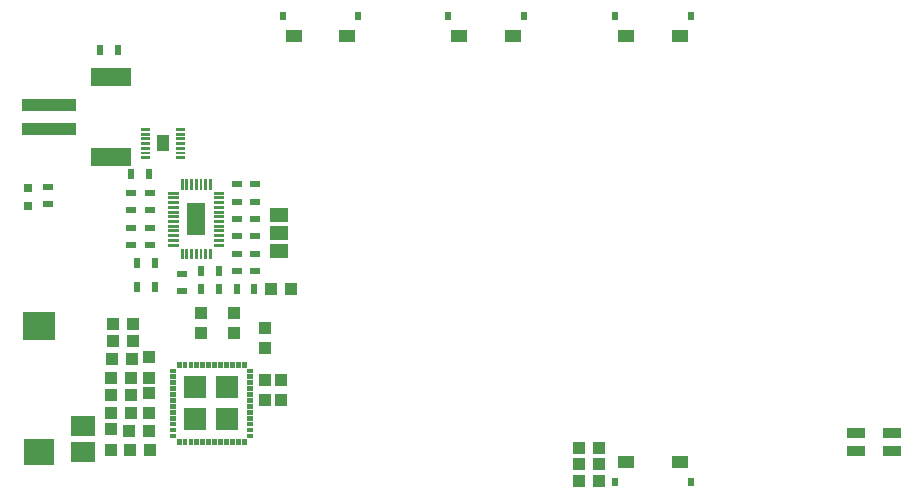
<source format=gbr>
G04 EAGLE Gerber RS-274X export*
G75*
%MOMM*%
%FSLAX34Y34*%
%LPD*%
%INSolderpaste Bottom*%
%IPPOS*%
%AMOC8*
5,1,8,0,0,1.08239X$1,22.5*%
G01*
%ADD10R,2.000000X1.800000*%
%ADD11R,2.600000X2.250000*%
%ADD12R,2.800000X2.450000*%
%ADD13R,1.100000X1.000000*%
%ADD14R,1.000000X1.100000*%
%ADD15R,1.910000X1.910000*%
%ADD16C,0.031500*%
%ADD17R,1.500000X0.900000*%
%ADD18R,1.520000X2.780000*%
%ADD19C,0.055000*%
%ADD20R,1.080000X1.460000*%
%ADD21R,4.600000X1.000000*%
%ADD22R,3.400000X1.600000*%
%ADD23R,0.600000X0.900000*%
%ADD24R,0.900000X0.600000*%
%ADD25R,0.800000X0.800000*%
%ADD26R,1.600200X1.168400*%
%ADD27R,1.450000X1.050000*%
%ADD28R,0.600000X0.800000*%


D10*
X54150Y34000D03*
X54150Y56000D03*
D11*
X16850Y34000D03*
D12*
X16850Y141000D03*
D13*
X110800Y52100D03*
X93800Y52100D03*
D14*
X78000Y36000D03*
X78000Y53000D03*
X110000Y67000D03*
X110000Y84000D03*
X111100Y35500D03*
X94100Y35500D03*
D13*
X110000Y97000D03*
X110000Y114000D03*
D14*
X230280Y171850D03*
X213280Y171850D03*
D15*
X176500Y62000D03*
X149500Y62000D03*
X149500Y89000D03*
X176500Y89000D03*
D16*
X132443Y49593D02*
X128257Y49593D01*
X132443Y49593D02*
X132443Y46407D01*
X128257Y46407D01*
X128257Y49593D01*
X128257Y46706D02*
X132443Y46706D01*
X132443Y47005D02*
X128257Y47005D01*
X128257Y47304D02*
X132443Y47304D01*
X132443Y47603D02*
X128257Y47603D01*
X128257Y47902D02*
X132443Y47902D01*
X132443Y48201D02*
X128257Y48201D01*
X128257Y48500D02*
X132443Y48500D01*
X132443Y48799D02*
X128257Y48799D01*
X128257Y49098D02*
X132443Y49098D01*
X132443Y49397D02*
X128257Y49397D01*
X128257Y54593D02*
X132443Y54593D01*
X132443Y51407D01*
X128257Y51407D01*
X128257Y54593D01*
X128257Y51706D02*
X132443Y51706D01*
X132443Y52005D02*
X128257Y52005D01*
X128257Y52304D02*
X132443Y52304D01*
X132443Y52603D02*
X128257Y52603D01*
X128257Y52902D02*
X132443Y52902D01*
X132443Y53201D02*
X128257Y53201D01*
X128257Y53500D02*
X132443Y53500D01*
X132443Y53799D02*
X128257Y53799D01*
X128257Y54098D02*
X132443Y54098D01*
X132443Y54397D02*
X128257Y54397D01*
X128257Y59593D02*
X132443Y59593D01*
X132443Y56407D01*
X128257Y56407D01*
X128257Y59593D01*
X128257Y56706D02*
X132443Y56706D01*
X132443Y57005D02*
X128257Y57005D01*
X128257Y57304D02*
X132443Y57304D01*
X132443Y57603D02*
X128257Y57603D01*
X128257Y57902D02*
X132443Y57902D01*
X132443Y58201D02*
X128257Y58201D01*
X128257Y58500D02*
X132443Y58500D01*
X132443Y58799D02*
X128257Y58799D01*
X128257Y59098D02*
X132443Y59098D01*
X132443Y59397D02*
X128257Y59397D01*
X128257Y64593D02*
X132443Y64593D01*
X132443Y61407D01*
X128257Y61407D01*
X128257Y64593D01*
X128257Y61706D02*
X132443Y61706D01*
X132443Y62005D02*
X128257Y62005D01*
X128257Y62304D02*
X132443Y62304D01*
X132443Y62603D02*
X128257Y62603D01*
X128257Y62902D02*
X132443Y62902D01*
X132443Y63201D02*
X128257Y63201D01*
X128257Y63500D02*
X132443Y63500D01*
X132443Y63799D02*
X128257Y63799D01*
X128257Y64098D02*
X132443Y64098D01*
X132443Y64397D02*
X128257Y64397D01*
X128257Y69593D02*
X132443Y69593D01*
X132443Y66407D01*
X128257Y66407D01*
X128257Y69593D01*
X128257Y66706D02*
X132443Y66706D01*
X132443Y67005D02*
X128257Y67005D01*
X128257Y67304D02*
X132443Y67304D01*
X132443Y67603D02*
X128257Y67603D01*
X128257Y67902D02*
X132443Y67902D01*
X132443Y68201D02*
X128257Y68201D01*
X128257Y68500D02*
X132443Y68500D01*
X132443Y68799D02*
X128257Y68799D01*
X128257Y69098D02*
X132443Y69098D01*
X132443Y69397D02*
X128257Y69397D01*
X128257Y74593D02*
X132443Y74593D01*
X132443Y71407D01*
X128257Y71407D01*
X128257Y74593D01*
X128257Y71706D02*
X132443Y71706D01*
X132443Y72005D02*
X128257Y72005D01*
X128257Y72304D02*
X132443Y72304D01*
X132443Y72603D02*
X128257Y72603D01*
X128257Y72902D02*
X132443Y72902D01*
X132443Y73201D02*
X128257Y73201D01*
X128257Y73500D02*
X132443Y73500D01*
X132443Y73799D02*
X128257Y73799D01*
X128257Y74098D02*
X132443Y74098D01*
X132443Y74397D02*
X128257Y74397D01*
X128257Y79593D02*
X132443Y79593D01*
X132443Y76407D01*
X128257Y76407D01*
X128257Y79593D01*
X128257Y76706D02*
X132443Y76706D01*
X132443Y77005D02*
X128257Y77005D01*
X128257Y77304D02*
X132443Y77304D01*
X132443Y77603D02*
X128257Y77603D01*
X128257Y77902D02*
X132443Y77902D01*
X132443Y78201D02*
X128257Y78201D01*
X128257Y78500D02*
X132443Y78500D01*
X132443Y78799D02*
X128257Y78799D01*
X128257Y79098D02*
X132443Y79098D01*
X132443Y79397D02*
X128257Y79397D01*
X128257Y84593D02*
X132443Y84593D01*
X132443Y81407D01*
X128257Y81407D01*
X128257Y84593D01*
X128257Y81706D02*
X132443Y81706D01*
X132443Y82005D02*
X128257Y82005D01*
X128257Y82304D02*
X132443Y82304D01*
X132443Y82603D02*
X128257Y82603D01*
X128257Y82902D02*
X132443Y82902D01*
X132443Y83201D02*
X128257Y83201D01*
X128257Y83500D02*
X132443Y83500D01*
X132443Y83799D02*
X128257Y83799D01*
X128257Y84098D02*
X132443Y84098D01*
X132443Y84397D02*
X128257Y84397D01*
X128257Y89593D02*
X132443Y89593D01*
X132443Y86407D01*
X128257Y86407D01*
X128257Y89593D01*
X128257Y86706D02*
X132443Y86706D01*
X132443Y87005D02*
X128257Y87005D01*
X128257Y87304D02*
X132443Y87304D01*
X132443Y87603D02*
X128257Y87603D01*
X128257Y87902D02*
X132443Y87902D01*
X132443Y88201D02*
X128257Y88201D01*
X128257Y88500D02*
X132443Y88500D01*
X132443Y88799D02*
X128257Y88799D01*
X128257Y89098D02*
X132443Y89098D01*
X132443Y89397D02*
X128257Y89397D01*
X128257Y94593D02*
X132443Y94593D01*
X132443Y91407D01*
X128257Y91407D01*
X128257Y94593D01*
X128257Y91706D02*
X132443Y91706D01*
X132443Y92005D02*
X128257Y92005D01*
X128257Y92304D02*
X132443Y92304D01*
X132443Y92603D02*
X128257Y92603D01*
X128257Y92902D02*
X132443Y92902D01*
X132443Y93201D02*
X128257Y93201D01*
X128257Y93500D02*
X132443Y93500D01*
X132443Y93799D02*
X128257Y93799D01*
X128257Y94098D02*
X132443Y94098D01*
X132443Y94397D02*
X128257Y94397D01*
X128257Y99593D02*
X132443Y99593D01*
X132443Y96407D01*
X128257Y96407D01*
X128257Y99593D01*
X128257Y96706D02*
X132443Y96706D01*
X132443Y97005D02*
X128257Y97005D01*
X128257Y97304D02*
X132443Y97304D01*
X132443Y97603D02*
X128257Y97603D01*
X128257Y97902D02*
X132443Y97902D01*
X132443Y98201D02*
X128257Y98201D01*
X128257Y98500D02*
X132443Y98500D01*
X132443Y98799D02*
X128257Y98799D01*
X128257Y99098D02*
X132443Y99098D01*
X132443Y99397D02*
X128257Y99397D01*
X128257Y104593D02*
X132443Y104593D01*
X132443Y101407D01*
X128257Y101407D01*
X128257Y104593D01*
X128257Y101706D02*
X132443Y101706D01*
X132443Y102005D02*
X128257Y102005D01*
X128257Y102304D02*
X132443Y102304D01*
X132443Y102603D02*
X128257Y102603D01*
X128257Y102902D02*
X132443Y102902D01*
X132443Y103201D02*
X128257Y103201D01*
X128257Y103500D02*
X132443Y103500D01*
X132443Y103799D02*
X128257Y103799D01*
X128257Y104098D02*
X132443Y104098D01*
X132443Y104397D02*
X128257Y104397D01*
X137093Y106057D02*
X137093Y110243D01*
X137093Y106057D02*
X133907Y106057D01*
X133907Y110243D01*
X137093Y110243D01*
X137093Y106356D02*
X133907Y106356D01*
X133907Y106655D02*
X137093Y106655D01*
X137093Y106954D02*
X133907Y106954D01*
X133907Y107253D02*
X137093Y107253D01*
X137093Y107552D02*
X133907Y107552D01*
X133907Y107851D02*
X137093Y107851D01*
X137093Y108150D02*
X133907Y108150D01*
X133907Y108449D02*
X137093Y108449D01*
X137093Y108748D02*
X133907Y108748D01*
X133907Y109047D02*
X137093Y109047D01*
X137093Y109346D02*
X133907Y109346D01*
X133907Y109645D02*
X137093Y109645D01*
X137093Y109944D02*
X133907Y109944D01*
X133907Y110243D02*
X137093Y110243D01*
X142093Y110243D02*
X142093Y106057D01*
X138907Y106057D01*
X138907Y110243D01*
X142093Y110243D01*
X142093Y106356D02*
X138907Y106356D01*
X138907Y106655D02*
X142093Y106655D01*
X142093Y106954D02*
X138907Y106954D01*
X138907Y107253D02*
X142093Y107253D01*
X142093Y107552D02*
X138907Y107552D01*
X138907Y107851D02*
X142093Y107851D01*
X142093Y108150D02*
X138907Y108150D01*
X138907Y108449D02*
X142093Y108449D01*
X142093Y108748D02*
X138907Y108748D01*
X138907Y109047D02*
X142093Y109047D01*
X142093Y109346D02*
X138907Y109346D01*
X138907Y109645D02*
X142093Y109645D01*
X142093Y109944D02*
X138907Y109944D01*
X138907Y110243D02*
X142093Y110243D01*
X147093Y110243D02*
X147093Y106057D01*
X143907Y106057D01*
X143907Y110243D01*
X147093Y110243D01*
X147093Y106356D02*
X143907Y106356D01*
X143907Y106655D02*
X147093Y106655D01*
X147093Y106954D02*
X143907Y106954D01*
X143907Y107253D02*
X147093Y107253D01*
X147093Y107552D02*
X143907Y107552D01*
X143907Y107851D02*
X147093Y107851D01*
X147093Y108150D02*
X143907Y108150D01*
X143907Y108449D02*
X147093Y108449D01*
X147093Y108748D02*
X143907Y108748D01*
X143907Y109047D02*
X147093Y109047D01*
X147093Y109346D02*
X143907Y109346D01*
X143907Y109645D02*
X147093Y109645D01*
X147093Y109944D02*
X143907Y109944D01*
X143907Y110243D02*
X147093Y110243D01*
X152093Y110243D02*
X152093Y106057D01*
X148907Y106057D01*
X148907Y110243D01*
X152093Y110243D01*
X152093Y106356D02*
X148907Y106356D01*
X148907Y106655D02*
X152093Y106655D01*
X152093Y106954D02*
X148907Y106954D01*
X148907Y107253D02*
X152093Y107253D01*
X152093Y107552D02*
X148907Y107552D01*
X148907Y107851D02*
X152093Y107851D01*
X152093Y108150D02*
X148907Y108150D01*
X148907Y108449D02*
X152093Y108449D01*
X152093Y108748D02*
X148907Y108748D01*
X148907Y109047D02*
X152093Y109047D01*
X152093Y109346D02*
X148907Y109346D01*
X148907Y109645D02*
X152093Y109645D01*
X152093Y109944D02*
X148907Y109944D01*
X148907Y110243D02*
X152093Y110243D01*
X157093Y110243D02*
X157093Y106057D01*
X153907Y106057D01*
X153907Y110243D01*
X157093Y110243D01*
X157093Y106356D02*
X153907Y106356D01*
X153907Y106655D02*
X157093Y106655D01*
X157093Y106954D02*
X153907Y106954D01*
X153907Y107253D02*
X157093Y107253D01*
X157093Y107552D02*
X153907Y107552D01*
X153907Y107851D02*
X157093Y107851D01*
X157093Y108150D02*
X153907Y108150D01*
X153907Y108449D02*
X157093Y108449D01*
X157093Y108748D02*
X153907Y108748D01*
X153907Y109047D02*
X157093Y109047D01*
X157093Y109346D02*
X153907Y109346D01*
X153907Y109645D02*
X157093Y109645D01*
X157093Y109944D02*
X153907Y109944D01*
X153907Y110243D02*
X157093Y110243D01*
X162093Y110243D02*
X162093Y106057D01*
X158907Y106057D01*
X158907Y110243D01*
X162093Y110243D01*
X162093Y106356D02*
X158907Y106356D01*
X158907Y106655D02*
X162093Y106655D01*
X162093Y106954D02*
X158907Y106954D01*
X158907Y107253D02*
X162093Y107253D01*
X162093Y107552D02*
X158907Y107552D01*
X158907Y107851D02*
X162093Y107851D01*
X162093Y108150D02*
X158907Y108150D01*
X158907Y108449D02*
X162093Y108449D01*
X162093Y108748D02*
X158907Y108748D01*
X158907Y109047D02*
X162093Y109047D01*
X162093Y109346D02*
X158907Y109346D01*
X158907Y109645D02*
X162093Y109645D01*
X162093Y109944D02*
X158907Y109944D01*
X158907Y110243D02*
X162093Y110243D01*
X167093Y110243D02*
X167093Y106057D01*
X163907Y106057D01*
X163907Y110243D01*
X167093Y110243D01*
X167093Y106356D02*
X163907Y106356D01*
X163907Y106655D02*
X167093Y106655D01*
X167093Y106954D02*
X163907Y106954D01*
X163907Y107253D02*
X167093Y107253D01*
X167093Y107552D02*
X163907Y107552D01*
X163907Y107851D02*
X167093Y107851D01*
X167093Y108150D02*
X163907Y108150D01*
X163907Y108449D02*
X167093Y108449D01*
X167093Y108748D02*
X163907Y108748D01*
X163907Y109047D02*
X167093Y109047D01*
X167093Y109346D02*
X163907Y109346D01*
X163907Y109645D02*
X167093Y109645D01*
X167093Y109944D02*
X163907Y109944D01*
X163907Y110243D02*
X167093Y110243D01*
X172093Y110243D02*
X172093Y106057D01*
X168907Y106057D01*
X168907Y110243D01*
X172093Y110243D01*
X172093Y106356D02*
X168907Y106356D01*
X168907Y106655D02*
X172093Y106655D01*
X172093Y106954D02*
X168907Y106954D01*
X168907Y107253D02*
X172093Y107253D01*
X172093Y107552D02*
X168907Y107552D01*
X168907Y107851D02*
X172093Y107851D01*
X172093Y108150D02*
X168907Y108150D01*
X168907Y108449D02*
X172093Y108449D01*
X172093Y108748D02*
X168907Y108748D01*
X168907Y109047D02*
X172093Y109047D01*
X172093Y109346D02*
X168907Y109346D01*
X168907Y109645D02*
X172093Y109645D01*
X172093Y109944D02*
X168907Y109944D01*
X168907Y110243D02*
X172093Y110243D01*
X177093Y110243D02*
X177093Y106057D01*
X173907Y106057D01*
X173907Y110243D01*
X177093Y110243D01*
X177093Y106356D02*
X173907Y106356D01*
X173907Y106655D02*
X177093Y106655D01*
X177093Y106954D02*
X173907Y106954D01*
X173907Y107253D02*
X177093Y107253D01*
X177093Y107552D02*
X173907Y107552D01*
X173907Y107851D02*
X177093Y107851D01*
X177093Y108150D02*
X173907Y108150D01*
X173907Y108449D02*
X177093Y108449D01*
X177093Y108748D02*
X173907Y108748D01*
X173907Y109047D02*
X177093Y109047D01*
X177093Y109346D02*
X173907Y109346D01*
X173907Y109645D02*
X177093Y109645D01*
X177093Y109944D02*
X173907Y109944D01*
X173907Y110243D02*
X177093Y110243D01*
X182093Y110243D02*
X182093Y106057D01*
X178907Y106057D01*
X178907Y110243D01*
X182093Y110243D01*
X182093Y106356D02*
X178907Y106356D01*
X178907Y106655D02*
X182093Y106655D01*
X182093Y106954D02*
X178907Y106954D01*
X178907Y107253D02*
X182093Y107253D01*
X182093Y107552D02*
X178907Y107552D01*
X178907Y107851D02*
X182093Y107851D01*
X182093Y108150D02*
X178907Y108150D01*
X178907Y108449D02*
X182093Y108449D01*
X182093Y108748D02*
X178907Y108748D01*
X178907Y109047D02*
X182093Y109047D01*
X182093Y109346D02*
X178907Y109346D01*
X178907Y109645D02*
X182093Y109645D01*
X182093Y109944D02*
X178907Y109944D01*
X178907Y110243D02*
X182093Y110243D01*
X187093Y110243D02*
X187093Y106057D01*
X183907Y106057D01*
X183907Y110243D01*
X187093Y110243D01*
X187093Y106356D02*
X183907Y106356D01*
X183907Y106655D02*
X187093Y106655D01*
X187093Y106954D02*
X183907Y106954D01*
X183907Y107253D02*
X187093Y107253D01*
X187093Y107552D02*
X183907Y107552D01*
X183907Y107851D02*
X187093Y107851D01*
X187093Y108150D02*
X183907Y108150D01*
X183907Y108449D02*
X187093Y108449D01*
X187093Y108748D02*
X183907Y108748D01*
X183907Y109047D02*
X187093Y109047D01*
X187093Y109346D02*
X183907Y109346D01*
X183907Y109645D02*
X187093Y109645D01*
X187093Y109944D02*
X183907Y109944D01*
X183907Y110243D02*
X187093Y110243D01*
X192093Y110243D02*
X192093Y106057D01*
X188907Y106057D01*
X188907Y110243D01*
X192093Y110243D01*
X192093Y106356D02*
X188907Y106356D01*
X188907Y106655D02*
X192093Y106655D01*
X192093Y106954D02*
X188907Y106954D01*
X188907Y107253D02*
X192093Y107253D01*
X192093Y107552D02*
X188907Y107552D01*
X188907Y107851D02*
X192093Y107851D01*
X192093Y108150D02*
X188907Y108150D01*
X188907Y108449D02*
X192093Y108449D01*
X192093Y108748D02*
X188907Y108748D01*
X188907Y109047D02*
X192093Y109047D01*
X192093Y109346D02*
X188907Y109346D01*
X188907Y109645D02*
X192093Y109645D01*
X192093Y109944D02*
X188907Y109944D01*
X188907Y110243D02*
X192093Y110243D01*
X193557Y101407D02*
X197743Y101407D01*
X193557Y101407D02*
X193557Y104593D01*
X197743Y104593D01*
X197743Y101407D01*
X197743Y101706D02*
X193557Y101706D01*
X193557Y102005D02*
X197743Y102005D01*
X197743Y102304D02*
X193557Y102304D01*
X193557Y102603D02*
X197743Y102603D01*
X197743Y102902D02*
X193557Y102902D01*
X193557Y103201D02*
X197743Y103201D01*
X197743Y103500D02*
X193557Y103500D01*
X193557Y103799D02*
X197743Y103799D01*
X197743Y104098D02*
X193557Y104098D01*
X193557Y104397D02*
X197743Y104397D01*
X197743Y96407D02*
X193557Y96407D01*
X193557Y99593D01*
X197743Y99593D01*
X197743Y96407D01*
X197743Y96706D02*
X193557Y96706D01*
X193557Y97005D02*
X197743Y97005D01*
X197743Y97304D02*
X193557Y97304D01*
X193557Y97603D02*
X197743Y97603D01*
X197743Y97902D02*
X193557Y97902D01*
X193557Y98201D02*
X197743Y98201D01*
X197743Y98500D02*
X193557Y98500D01*
X193557Y98799D02*
X197743Y98799D01*
X197743Y99098D02*
X193557Y99098D01*
X193557Y99397D02*
X197743Y99397D01*
X197743Y91407D02*
X193557Y91407D01*
X193557Y94593D01*
X197743Y94593D01*
X197743Y91407D01*
X197743Y91706D02*
X193557Y91706D01*
X193557Y92005D02*
X197743Y92005D01*
X197743Y92304D02*
X193557Y92304D01*
X193557Y92603D02*
X197743Y92603D01*
X197743Y92902D02*
X193557Y92902D01*
X193557Y93201D02*
X197743Y93201D01*
X197743Y93500D02*
X193557Y93500D01*
X193557Y93799D02*
X197743Y93799D01*
X197743Y94098D02*
X193557Y94098D01*
X193557Y94397D02*
X197743Y94397D01*
X197743Y86407D02*
X193557Y86407D01*
X193557Y89593D01*
X197743Y89593D01*
X197743Y86407D01*
X197743Y86706D02*
X193557Y86706D01*
X193557Y87005D02*
X197743Y87005D01*
X197743Y87304D02*
X193557Y87304D01*
X193557Y87603D02*
X197743Y87603D01*
X197743Y87902D02*
X193557Y87902D01*
X193557Y88201D02*
X197743Y88201D01*
X197743Y88500D02*
X193557Y88500D01*
X193557Y88799D02*
X197743Y88799D01*
X197743Y89098D02*
X193557Y89098D01*
X193557Y89397D02*
X197743Y89397D01*
X197743Y81407D02*
X193557Y81407D01*
X193557Y84593D01*
X197743Y84593D01*
X197743Y81407D01*
X197743Y81706D02*
X193557Y81706D01*
X193557Y82005D02*
X197743Y82005D01*
X197743Y82304D02*
X193557Y82304D01*
X193557Y82603D02*
X197743Y82603D01*
X197743Y82902D02*
X193557Y82902D01*
X193557Y83201D02*
X197743Y83201D01*
X197743Y83500D02*
X193557Y83500D01*
X193557Y83799D02*
X197743Y83799D01*
X197743Y84098D02*
X193557Y84098D01*
X193557Y84397D02*
X197743Y84397D01*
X197743Y76407D02*
X193557Y76407D01*
X193557Y79593D01*
X197743Y79593D01*
X197743Y76407D01*
X197743Y76706D02*
X193557Y76706D01*
X193557Y77005D02*
X197743Y77005D01*
X197743Y77304D02*
X193557Y77304D01*
X193557Y77603D02*
X197743Y77603D01*
X197743Y77902D02*
X193557Y77902D01*
X193557Y78201D02*
X197743Y78201D01*
X197743Y78500D02*
X193557Y78500D01*
X193557Y78799D02*
X197743Y78799D01*
X197743Y79098D02*
X193557Y79098D01*
X193557Y79397D02*
X197743Y79397D01*
X197743Y71407D02*
X193557Y71407D01*
X193557Y74593D01*
X197743Y74593D01*
X197743Y71407D01*
X197743Y71706D02*
X193557Y71706D01*
X193557Y72005D02*
X197743Y72005D01*
X197743Y72304D02*
X193557Y72304D01*
X193557Y72603D02*
X197743Y72603D01*
X197743Y72902D02*
X193557Y72902D01*
X193557Y73201D02*
X197743Y73201D01*
X197743Y73500D02*
X193557Y73500D01*
X193557Y73799D02*
X197743Y73799D01*
X197743Y74098D02*
X193557Y74098D01*
X193557Y74397D02*
X197743Y74397D01*
X197743Y66407D02*
X193557Y66407D01*
X193557Y69593D01*
X197743Y69593D01*
X197743Y66407D01*
X197743Y66706D02*
X193557Y66706D01*
X193557Y67005D02*
X197743Y67005D01*
X197743Y67304D02*
X193557Y67304D01*
X193557Y67603D02*
X197743Y67603D01*
X197743Y67902D02*
X193557Y67902D01*
X193557Y68201D02*
X197743Y68201D01*
X197743Y68500D02*
X193557Y68500D01*
X193557Y68799D02*
X197743Y68799D01*
X197743Y69098D02*
X193557Y69098D01*
X193557Y69397D02*
X197743Y69397D01*
X197743Y61407D02*
X193557Y61407D01*
X193557Y64593D01*
X197743Y64593D01*
X197743Y61407D01*
X197743Y61706D02*
X193557Y61706D01*
X193557Y62005D02*
X197743Y62005D01*
X197743Y62304D02*
X193557Y62304D01*
X193557Y62603D02*
X197743Y62603D01*
X197743Y62902D02*
X193557Y62902D01*
X193557Y63201D02*
X197743Y63201D01*
X197743Y63500D02*
X193557Y63500D01*
X193557Y63799D02*
X197743Y63799D01*
X197743Y64098D02*
X193557Y64098D01*
X193557Y64397D02*
X197743Y64397D01*
X197743Y56407D02*
X193557Y56407D01*
X193557Y59593D01*
X197743Y59593D01*
X197743Y56407D01*
X197743Y56706D02*
X193557Y56706D01*
X193557Y57005D02*
X197743Y57005D01*
X197743Y57304D02*
X193557Y57304D01*
X193557Y57603D02*
X197743Y57603D01*
X197743Y57902D02*
X193557Y57902D01*
X193557Y58201D02*
X197743Y58201D01*
X197743Y58500D02*
X193557Y58500D01*
X193557Y58799D02*
X197743Y58799D01*
X197743Y59098D02*
X193557Y59098D01*
X193557Y59397D02*
X197743Y59397D01*
X197743Y51407D02*
X193557Y51407D01*
X193557Y54593D01*
X197743Y54593D01*
X197743Y51407D01*
X197743Y51706D02*
X193557Y51706D01*
X193557Y52005D02*
X197743Y52005D01*
X197743Y52304D02*
X193557Y52304D01*
X193557Y52603D02*
X197743Y52603D01*
X197743Y52902D02*
X193557Y52902D01*
X193557Y53201D02*
X197743Y53201D01*
X197743Y53500D02*
X193557Y53500D01*
X193557Y53799D02*
X197743Y53799D01*
X197743Y54098D02*
X193557Y54098D01*
X193557Y54397D02*
X197743Y54397D01*
X197743Y46407D02*
X193557Y46407D01*
X193557Y49593D01*
X197743Y49593D01*
X197743Y46407D01*
X197743Y46706D02*
X193557Y46706D01*
X193557Y47005D02*
X197743Y47005D01*
X197743Y47304D02*
X193557Y47304D01*
X193557Y47603D02*
X197743Y47603D01*
X197743Y47902D02*
X193557Y47902D01*
X193557Y48201D02*
X197743Y48201D01*
X197743Y48500D02*
X193557Y48500D01*
X193557Y48799D02*
X197743Y48799D01*
X197743Y49098D02*
X193557Y49098D01*
X193557Y49397D02*
X197743Y49397D01*
X188907Y44943D02*
X188907Y40757D01*
X188907Y44943D02*
X192093Y44943D01*
X192093Y40757D01*
X188907Y40757D01*
X188907Y41056D02*
X192093Y41056D01*
X192093Y41355D02*
X188907Y41355D01*
X188907Y41654D02*
X192093Y41654D01*
X192093Y41953D02*
X188907Y41953D01*
X188907Y42252D02*
X192093Y42252D01*
X192093Y42551D02*
X188907Y42551D01*
X188907Y42850D02*
X192093Y42850D01*
X192093Y43149D02*
X188907Y43149D01*
X188907Y43448D02*
X192093Y43448D01*
X192093Y43747D02*
X188907Y43747D01*
X188907Y44046D02*
X192093Y44046D01*
X192093Y44345D02*
X188907Y44345D01*
X188907Y44644D02*
X192093Y44644D01*
X192093Y44943D02*
X188907Y44943D01*
X183907Y44943D02*
X183907Y40757D01*
X183907Y44943D02*
X187093Y44943D01*
X187093Y40757D01*
X183907Y40757D01*
X183907Y41056D02*
X187093Y41056D01*
X187093Y41355D02*
X183907Y41355D01*
X183907Y41654D02*
X187093Y41654D01*
X187093Y41953D02*
X183907Y41953D01*
X183907Y42252D02*
X187093Y42252D01*
X187093Y42551D02*
X183907Y42551D01*
X183907Y42850D02*
X187093Y42850D01*
X187093Y43149D02*
X183907Y43149D01*
X183907Y43448D02*
X187093Y43448D01*
X187093Y43747D02*
X183907Y43747D01*
X183907Y44046D02*
X187093Y44046D01*
X187093Y44345D02*
X183907Y44345D01*
X183907Y44644D02*
X187093Y44644D01*
X187093Y44943D02*
X183907Y44943D01*
X178907Y44943D02*
X178907Y40757D01*
X178907Y44943D02*
X182093Y44943D01*
X182093Y40757D01*
X178907Y40757D01*
X178907Y41056D02*
X182093Y41056D01*
X182093Y41355D02*
X178907Y41355D01*
X178907Y41654D02*
X182093Y41654D01*
X182093Y41953D02*
X178907Y41953D01*
X178907Y42252D02*
X182093Y42252D01*
X182093Y42551D02*
X178907Y42551D01*
X178907Y42850D02*
X182093Y42850D01*
X182093Y43149D02*
X178907Y43149D01*
X178907Y43448D02*
X182093Y43448D01*
X182093Y43747D02*
X178907Y43747D01*
X178907Y44046D02*
X182093Y44046D01*
X182093Y44345D02*
X178907Y44345D01*
X178907Y44644D02*
X182093Y44644D01*
X182093Y44943D02*
X178907Y44943D01*
X173907Y44943D02*
X173907Y40757D01*
X173907Y44943D02*
X177093Y44943D01*
X177093Y40757D01*
X173907Y40757D01*
X173907Y41056D02*
X177093Y41056D01*
X177093Y41355D02*
X173907Y41355D01*
X173907Y41654D02*
X177093Y41654D01*
X177093Y41953D02*
X173907Y41953D01*
X173907Y42252D02*
X177093Y42252D01*
X177093Y42551D02*
X173907Y42551D01*
X173907Y42850D02*
X177093Y42850D01*
X177093Y43149D02*
X173907Y43149D01*
X173907Y43448D02*
X177093Y43448D01*
X177093Y43747D02*
X173907Y43747D01*
X173907Y44046D02*
X177093Y44046D01*
X177093Y44345D02*
X173907Y44345D01*
X173907Y44644D02*
X177093Y44644D01*
X177093Y44943D02*
X173907Y44943D01*
X168907Y44943D02*
X168907Y40757D01*
X168907Y44943D02*
X172093Y44943D01*
X172093Y40757D01*
X168907Y40757D01*
X168907Y41056D02*
X172093Y41056D01*
X172093Y41355D02*
X168907Y41355D01*
X168907Y41654D02*
X172093Y41654D01*
X172093Y41953D02*
X168907Y41953D01*
X168907Y42252D02*
X172093Y42252D01*
X172093Y42551D02*
X168907Y42551D01*
X168907Y42850D02*
X172093Y42850D01*
X172093Y43149D02*
X168907Y43149D01*
X168907Y43448D02*
X172093Y43448D01*
X172093Y43747D02*
X168907Y43747D01*
X168907Y44046D02*
X172093Y44046D01*
X172093Y44345D02*
X168907Y44345D01*
X168907Y44644D02*
X172093Y44644D01*
X172093Y44943D02*
X168907Y44943D01*
X163907Y44943D02*
X163907Y40757D01*
X163907Y44943D02*
X167093Y44943D01*
X167093Y40757D01*
X163907Y40757D01*
X163907Y41056D02*
X167093Y41056D01*
X167093Y41355D02*
X163907Y41355D01*
X163907Y41654D02*
X167093Y41654D01*
X167093Y41953D02*
X163907Y41953D01*
X163907Y42252D02*
X167093Y42252D01*
X167093Y42551D02*
X163907Y42551D01*
X163907Y42850D02*
X167093Y42850D01*
X167093Y43149D02*
X163907Y43149D01*
X163907Y43448D02*
X167093Y43448D01*
X167093Y43747D02*
X163907Y43747D01*
X163907Y44046D02*
X167093Y44046D01*
X167093Y44345D02*
X163907Y44345D01*
X163907Y44644D02*
X167093Y44644D01*
X167093Y44943D02*
X163907Y44943D01*
X158907Y44943D02*
X158907Y40757D01*
X158907Y44943D02*
X162093Y44943D01*
X162093Y40757D01*
X158907Y40757D01*
X158907Y41056D02*
X162093Y41056D01*
X162093Y41355D02*
X158907Y41355D01*
X158907Y41654D02*
X162093Y41654D01*
X162093Y41953D02*
X158907Y41953D01*
X158907Y42252D02*
X162093Y42252D01*
X162093Y42551D02*
X158907Y42551D01*
X158907Y42850D02*
X162093Y42850D01*
X162093Y43149D02*
X158907Y43149D01*
X158907Y43448D02*
X162093Y43448D01*
X162093Y43747D02*
X158907Y43747D01*
X158907Y44046D02*
X162093Y44046D01*
X162093Y44345D02*
X158907Y44345D01*
X158907Y44644D02*
X162093Y44644D01*
X162093Y44943D02*
X158907Y44943D01*
X153907Y44943D02*
X153907Y40757D01*
X153907Y44943D02*
X157093Y44943D01*
X157093Y40757D01*
X153907Y40757D01*
X153907Y41056D02*
X157093Y41056D01*
X157093Y41355D02*
X153907Y41355D01*
X153907Y41654D02*
X157093Y41654D01*
X157093Y41953D02*
X153907Y41953D01*
X153907Y42252D02*
X157093Y42252D01*
X157093Y42551D02*
X153907Y42551D01*
X153907Y42850D02*
X157093Y42850D01*
X157093Y43149D02*
X153907Y43149D01*
X153907Y43448D02*
X157093Y43448D01*
X157093Y43747D02*
X153907Y43747D01*
X153907Y44046D02*
X157093Y44046D01*
X157093Y44345D02*
X153907Y44345D01*
X153907Y44644D02*
X157093Y44644D01*
X157093Y44943D02*
X153907Y44943D01*
X148907Y44943D02*
X148907Y40757D01*
X148907Y44943D02*
X152093Y44943D01*
X152093Y40757D01*
X148907Y40757D01*
X148907Y41056D02*
X152093Y41056D01*
X152093Y41355D02*
X148907Y41355D01*
X148907Y41654D02*
X152093Y41654D01*
X152093Y41953D02*
X148907Y41953D01*
X148907Y42252D02*
X152093Y42252D01*
X152093Y42551D02*
X148907Y42551D01*
X148907Y42850D02*
X152093Y42850D01*
X152093Y43149D02*
X148907Y43149D01*
X148907Y43448D02*
X152093Y43448D01*
X152093Y43747D02*
X148907Y43747D01*
X148907Y44046D02*
X152093Y44046D01*
X152093Y44345D02*
X148907Y44345D01*
X148907Y44644D02*
X152093Y44644D01*
X152093Y44943D02*
X148907Y44943D01*
X143907Y44943D02*
X143907Y40757D01*
X143907Y44943D02*
X147093Y44943D01*
X147093Y40757D01*
X143907Y40757D01*
X143907Y41056D02*
X147093Y41056D01*
X147093Y41355D02*
X143907Y41355D01*
X143907Y41654D02*
X147093Y41654D01*
X147093Y41953D02*
X143907Y41953D01*
X143907Y42252D02*
X147093Y42252D01*
X147093Y42551D02*
X143907Y42551D01*
X143907Y42850D02*
X147093Y42850D01*
X147093Y43149D02*
X143907Y43149D01*
X143907Y43448D02*
X147093Y43448D01*
X147093Y43747D02*
X143907Y43747D01*
X143907Y44046D02*
X147093Y44046D01*
X147093Y44345D02*
X143907Y44345D01*
X143907Y44644D02*
X147093Y44644D01*
X147093Y44943D02*
X143907Y44943D01*
X138907Y44943D02*
X138907Y40757D01*
X138907Y44943D02*
X142093Y44943D01*
X142093Y40757D01*
X138907Y40757D01*
X138907Y41056D02*
X142093Y41056D01*
X142093Y41355D02*
X138907Y41355D01*
X138907Y41654D02*
X142093Y41654D01*
X142093Y41953D02*
X138907Y41953D01*
X138907Y42252D02*
X142093Y42252D01*
X142093Y42551D02*
X138907Y42551D01*
X138907Y42850D02*
X142093Y42850D01*
X142093Y43149D02*
X138907Y43149D01*
X138907Y43448D02*
X142093Y43448D01*
X142093Y43747D02*
X138907Y43747D01*
X138907Y44046D02*
X142093Y44046D01*
X142093Y44345D02*
X138907Y44345D01*
X138907Y44644D02*
X142093Y44644D01*
X142093Y44943D02*
X138907Y44943D01*
X133907Y44943D02*
X133907Y40757D01*
X133907Y44943D02*
X137093Y44943D01*
X137093Y40757D01*
X133907Y40757D01*
X133907Y41056D02*
X137093Y41056D01*
X137093Y41355D02*
X133907Y41355D01*
X133907Y41654D02*
X137093Y41654D01*
X137093Y41953D02*
X133907Y41953D01*
X133907Y42252D02*
X137093Y42252D01*
X137093Y42551D02*
X133907Y42551D01*
X133907Y42850D02*
X137093Y42850D01*
X137093Y43149D02*
X133907Y43149D01*
X133907Y43448D02*
X137093Y43448D01*
X137093Y43747D02*
X133907Y43747D01*
X133907Y44046D02*
X137093Y44046D01*
X137093Y44345D02*
X133907Y44345D01*
X133907Y44644D02*
X137093Y44644D01*
X137093Y44943D02*
X133907Y44943D01*
D14*
X78500Y67000D03*
X95500Y67000D03*
X78500Y82000D03*
X95500Y82000D03*
X78500Y97000D03*
X95500Y97000D03*
D13*
X96500Y142500D03*
X79500Y142500D03*
X96700Y127600D03*
X79700Y127600D03*
D14*
X474650Y37720D03*
X491650Y37720D03*
X474650Y9720D03*
X491650Y9720D03*
X474550Y23720D03*
X491550Y23720D03*
X78700Y112500D03*
X95700Y112500D03*
D17*
X708850Y34780D03*
X708850Y49780D03*
X739850Y49780D03*
X739850Y34780D03*
D18*
X150000Y231500D03*
D19*
X162825Y206175D02*
X162825Y198125D01*
X161175Y198125D01*
X161175Y206175D01*
X162825Y206175D01*
X162825Y198647D02*
X161175Y198647D01*
X161175Y199169D02*
X162825Y199169D01*
X162825Y199691D02*
X161175Y199691D01*
X161175Y200213D02*
X162825Y200213D01*
X162825Y200735D02*
X161175Y200735D01*
X161175Y201257D02*
X162825Y201257D01*
X162825Y201779D02*
X161175Y201779D01*
X161175Y202301D02*
X162825Y202301D01*
X162825Y202823D02*
X161175Y202823D01*
X161175Y203345D02*
X162825Y203345D01*
X162825Y203867D02*
X161175Y203867D01*
X161175Y204389D02*
X162825Y204389D01*
X162825Y204911D02*
X161175Y204911D01*
X161175Y205433D02*
X162825Y205433D01*
X162825Y205955D02*
X161175Y205955D01*
X158825Y206175D02*
X158825Y198125D01*
X157175Y198125D01*
X157175Y206175D01*
X158825Y206175D01*
X158825Y198647D02*
X157175Y198647D01*
X157175Y199169D02*
X158825Y199169D01*
X158825Y199691D02*
X157175Y199691D01*
X157175Y200213D02*
X158825Y200213D01*
X158825Y200735D02*
X157175Y200735D01*
X157175Y201257D02*
X158825Y201257D01*
X158825Y201779D02*
X157175Y201779D01*
X157175Y202301D02*
X158825Y202301D01*
X158825Y202823D02*
X157175Y202823D01*
X157175Y203345D02*
X158825Y203345D01*
X158825Y203867D02*
X157175Y203867D01*
X157175Y204389D02*
X158825Y204389D01*
X158825Y204911D02*
X157175Y204911D01*
X157175Y205433D02*
X158825Y205433D01*
X158825Y205955D02*
X157175Y205955D01*
X154825Y206175D02*
X154825Y198125D01*
X153175Y198125D01*
X153175Y206175D01*
X154825Y206175D01*
X154825Y198647D02*
X153175Y198647D01*
X153175Y199169D02*
X154825Y199169D01*
X154825Y199691D02*
X153175Y199691D01*
X153175Y200213D02*
X154825Y200213D01*
X154825Y200735D02*
X153175Y200735D01*
X153175Y201257D02*
X154825Y201257D01*
X154825Y201779D02*
X153175Y201779D01*
X153175Y202301D02*
X154825Y202301D01*
X154825Y202823D02*
X153175Y202823D01*
X153175Y203345D02*
X154825Y203345D01*
X154825Y203867D02*
X153175Y203867D01*
X153175Y204389D02*
X154825Y204389D01*
X154825Y204911D02*
X153175Y204911D01*
X153175Y205433D02*
X154825Y205433D01*
X154825Y205955D02*
X153175Y205955D01*
X150825Y206175D02*
X150825Y198125D01*
X149175Y198125D01*
X149175Y206175D01*
X150825Y206175D01*
X150825Y198647D02*
X149175Y198647D01*
X149175Y199169D02*
X150825Y199169D01*
X150825Y199691D02*
X149175Y199691D01*
X149175Y200213D02*
X150825Y200213D01*
X150825Y200735D02*
X149175Y200735D01*
X149175Y201257D02*
X150825Y201257D01*
X150825Y201779D02*
X149175Y201779D01*
X149175Y202301D02*
X150825Y202301D01*
X150825Y202823D02*
X149175Y202823D01*
X149175Y203345D02*
X150825Y203345D01*
X150825Y203867D02*
X149175Y203867D01*
X149175Y204389D02*
X150825Y204389D01*
X150825Y204911D02*
X149175Y204911D01*
X149175Y205433D02*
X150825Y205433D01*
X150825Y205955D02*
X149175Y205955D01*
X146825Y206175D02*
X146825Y198125D01*
X145175Y198125D01*
X145175Y206175D01*
X146825Y206175D01*
X146825Y198647D02*
X145175Y198647D01*
X145175Y199169D02*
X146825Y199169D01*
X146825Y199691D02*
X145175Y199691D01*
X145175Y200213D02*
X146825Y200213D01*
X146825Y200735D02*
X145175Y200735D01*
X145175Y201257D02*
X146825Y201257D01*
X146825Y201779D02*
X145175Y201779D01*
X145175Y202301D02*
X146825Y202301D01*
X146825Y202823D02*
X145175Y202823D01*
X145175Y203345D02*
X146825Y203345D01*
X146825Y203867D02*
X145175Y203867D01*
X145175Y204389D02*
X146825Y204389D01*
X146825Y204911D02*
X145175Y204911D01*
X145175Y205433D02*
X146825Y205433D01*
X146825Y205955D02*
X145175Y205955D01*
X142825Y206175D02*
X142825Y198125D01*
X141175Y198125D01*
X141175Y206175D01*
X142825Y206175D01*
X142825Y198647D02*
X141175Y198647D01*
X141175Y199169D02*
X142825Y199169D01*
X142825Y199691D02*
X141175Y199691D01*
X141175Y200213D02*
X142825Y200213D01*
X142825Y200735D02*
X141175Y200735D01*
X141175Y201257D02*
X142825Y201257D01*
X142825Y201779D02*
X141175Y201779D01*
X141175Y202301D02*
X142825Y202301D01*
X142825Y202823D02*
X141175Y202823D01*
X141175Y203345D02*
X142825Y203345D01*
X142825Y203867D02*
X141175Y203867D01*
X141175Y204389D02*
X142825Y204389D01*
X142825Y204911D02*
X141175Y204911D01*
X141175Y205433D02*
X142825Y205433D01*
X142825Y205955D02*
X141175Y205955D01*
X138825Y206175D02*
X138825Y198125D01*
X137175Y198125D01*
X137175Y206175D01*
X138825Y206175D01*
X138825Y198647D02*
X137175Y198647D01*
X137175Y199169D02*
X138825Y199169D01*
X138825Y199691D02*
X137175Y199691D01*
X137175Y200213D02*
X138825Y200213D01*
X138825Y200735D02*
X137175Y200735D01*
X137175Y201257D02*
X138825Y201257D01*
X138825Y201779D02*
X137175Y201779D01*
X137175Y202301D02*
X138825Y202301D01*
X138825Y202823D02*
X137175Y202823D01*
X137175Y203345D02*
X138825Y203345D01*
X138825Y203867D02*
X137175Y203867D01*
X137175Y204389D02*
X138825Y204389D01*
X138825Y204911D02*
X137175Y204911D01*
X137175Y205433D02*
X138825Y205433D01*
X138825Y205955D02*
X137175Y205955D01*
X138825Y256825D02*
X138825Y264875D01*
X138825Y256825D02*
X137175Y256825D01*
X137175Y264875D01*
X138825Y264875D01*
X138825Y257347D02*
X137175Y257347D01*
X137175Y257869D02*
X138825Y257869D01*
X138825Y258391D02*
X137175Y258391D01*
X137175Y258913D02*
X138825Y258913D01*
X138825Y259435D02*
X137175Y259435D01*
X137175Y259957D02*
X138825Y259957D01*
X138825Y260479D02*
X137175Y260479D01*
X137175Y261001D02*
X138825Y261001D01*
X138825Y261523D02*
X137175Y261523D01*
X137175Y262045D02*
X138825Y262045D01*
X138825Y262567D02*
X137175Y262567D01*
X137175Y263089D02*
X138825Y263089D01*
X138825Y263611D02*
X137175Y263611D01*
X137175Y264133D02*
X138825Y264133D01*
X138825Y264655D02*
X137175Y264655D01*
X142825Y264875D02*
X142825Y256825D01*
X141175Y256825D01*
X141175Y264875D01*
X142825Y264875D01*
X142825Y257347D02*
X141175Y257347D01*
X141175Y257869D02*
X142825Y257869D01*
X142825Y258391D02*
X141175Y258391D01*
X141175Y258913D02*
X142825Y258913D01*
X142825Y259435D02*
X141175Y259435D01*
X141175Y259957D02*
X142825Y259957D01*
X142825Y260479D02*
X141175Y260479D01*
X141175Y261001D02*
X142825Y261001D01*
X142825Y261523D02*
X141175Y261523D01*
X141175Y262045D02*
X142825Y262045D01*
X142825Y262567D02*
X141175Y262567D01*
X141175Y263089D02*
X142825Y263089D01*
X142825Y263611D02*
X141175Y263611D01*
X141175Y264133D02*
X142825Y264133D01*
X142825Y264655D02*
X141175Y264655D01*
X146825Y264875D02*
X146825Y256825D01*
X145175Y256825D01*
X145175Y264875D01*
X146825Y264875D01*
X146825Y257347D02*
X145175Y257347D01*
X145175Y257869D02*
X146825Y257869D01*
X146825Y258391D02*
X145175Y258391D01*
X145175Y258913D02*
X146825Y258913D01*
X146825Y259435D02*
X145175Y259435D01*
X145175Y259957D02*
X146825Y259957D01*
X146825Y260479D02*
X145175Y260479D01*
X145175Y261001D02*
X146825Y261001D01*
X146825Y261523D02*
X145175Y261523D01*
X145175Y262045D02*
X146825Y262045D01*
X146825Y262567D02*
X145175Y262567D01*
X145175Y263089D02*
X146825Y263089D01*
X146825Y263611D02*
X145175Y263611D01*
X145175Y264133D02*
X146825Y264133D01*
X146825Y264655D02*
X145175Y264655D01*
X150825Y264875D02*
X150825Y256825D01*
X149175Y256825D01*
X149175Y264875D01*
X150825Y264875D01*
X150825Y257347D02*
X149175Y257347D01*
X149175Y257869D02*
X150825Y257869D01*
X150825Y258391D02*
X149175Y258391D01*
X149175Y258913D02*
X150825Y258913D01*
X150825Y259435D02*
X149175Y259435D01*
X149175Y259957D02*
X150825Y259957D01*
X150825Y260479D02*
X149175Y260479D01*
X149175Y261001D02*
X150825Y261001D01*
X150825Y261523D02*
X149175Y261523D01*
X149175Y262045D02*
X150825Y262045D01*
X150825Y262567D02*
X149175Y262567D01*
X149175Y263089D02*
X150825Y263089D01*
X150825Y263611D02*
X149175Y263611D01*
X149175Y264133D02*
X150825Y264133D01*
X150825Y264655D02*
X149175Y264655D01*
X154825Y264875D02*
X154825Y256825D01*
X153175Y256825D01*
X153175Y264875D01*
X154825Y264875D01*
X154825Y257347D02*
X153175Y257347D01*
X153175Y257869D02*
X154825Y257869D01*
X154825Y258391D02*
X153175Y258391D01*
X153175Y258913D02*
X154825Y258913D01*
X154825Y259435D02*
X153175Y259435D01*
X153175Y259957D02*
X154825Y259957D01*
X154825Y260479D02*
X153175Y260479D01*
X153175Y261001D02*
X154825Y261001D01*
X154825Y261523D02*
X153175Y261523D01*
X153175Y262045D02*
X154825Y262045D01*
X154825Y262567D02*
X153175Y262567D01*
X153175Y263089D02*
X154825Y263089D01*
X154825Y263611D02*
X153175Y263611D01*
X153175Y264133D02*
X154825Y264133D01*
X154825Y264655D02*
X153175Y264655D01*
X158825Y264875D02*
X158825Y256825D01*
X157175Y256825D01*
X157175Y264875D01*
X158825Y264875D01*
X158825Y257347D02*
X157175Y257347D01*
X157175Y257869D02*
X158825Y257869D01*
X158825Y258391D02*
X157175Y258391D01*
X157175Y258913D02*
X158825Y258913D01*
X158825Y259435D02*
X157175Y259435D01*
X157175Y259957D02*
X158825Y259957D01*
X158825Y260479D02*
X157175Y260479D01*
X157175Y261001D02*
X158825Y261001D01*
X158825Y261523D02*
X157175Y261523D01*
X157175Y262045D02*
X158825Y262045D01*
X158825Y262567D02*
X157175Y262567D01*
X157175Y263089D02*
X158825Y263089D01*
X158825Y263611D02*
X157175Y263611D01*
X157175Y264133D02*
X158825Y264133D01*
X158825Y264655D02*
X157175Y264655D01*
X162825Y264875D02*
X162825Y256825D01*
X161175Y256825D01*
X161175Y264875D01*
X162825Y264875D01*
X162825Y257347D02*
X161175Y257347D01*
X161175Y257869D02*
X162825Y257869D01*
X162825Y258391D02*
X161175Y258391D01*
X161175Y258913D02*
X162825Y258913D01*
X162825Y259435D02*
X161175Y259435D01*
X161175Y259957D02*
X162825Y259957D01*
X162825Y260479D02*
X161175Y260479D01*
X161175Y261001D02*
X162825Y261001D01*
X162825Y261523D02*
X161175Y261523D01*
X161175Y262045D02*
X162825Y262045D01*
X162825Y262567D02*
X161175Y262567D01*
X161175Y263089D02*
X162825Y263089D01*
X162825Y263611D02*
X161175Y263611D01*
X161175Y264133D02*
X162825Y264133D01*
X162825Y264655D02*
X161175Y264655D01*
X165325Y254325D02*
X173375Y254325D01*
X173375Y252675D01*
X165325Y252675D01*
X165325Y254325D01*
X165325Y253197D02*
X173375Y253197D01*
X173375Y253719D02*
X165325Y253719D01*
X165325Y254241D02*
X173375Y254241D01*
X173375Y250325D02*
X165325Y250325D01*
X173375Y250325D02*
X173375Y248675D01*
X165325Y248675D01*
X165325Y250325D01*
X165325Y249197D02*
X173375Y249197D01*
X173375Y249719D02*
X165325Y249719D01*
X165325Y250241D02*
X173375Y250241D01*
X173375Y246325D02*
X165325Y246325D01*
X173375Y246325D02*
X173375Y244675D01*
X165325Y244675D01*
X165325Y246325D01*
X165325Y245197D02*
X173375Y245197D01*
X173375Y245719D02*
X165325Y245719D01*
X165325Y246241D02*
X173375Y246241D01*
X173375Y242325D02*
X165325Y242325D01*
X173375Y242325D02*
X173375Y240675D01*
X165325Y240675D01*
X165325Y242325D01*
X165325Y241197D02*
X173375Y241197D01*
X173375Y241719D02*
X165325Y241719D01*
X165325Y242241D02*
X173375Y242241D01*
X173375Y238325D02*
X165325Y238325D01*
X173375Y238325D02*
X173375Y236675D01*
X165325Y236675D01*
X165325Y238325D01*
X165325Y237197D02*
X173375Y237197D01*
X173375Y237719D02*
X165325Y237719D01*
X165325Y238241D02*
X173375Y238241D01*
X173375Y234325D02*
X165325Y234325D01*
X173375Y234325D02*
X173375Y232675D01*
X165325Y232675D01*
X165325Y234325D01*
X165325Y233197D02*
X173375Y233197D01*
X173375Y233719D02*
X165325Y233719D01*
X165325Y234241D02*
X173375Y234241D01*
X173375Y230325D02*
X165325Y230325D01*
X173375Y230325D02*
X173375Y228675D01*
X165325Y228675D01*
X165325Y230325D01*
X165325Y229197D02*
X173375Y229197D01*
X173375Y229719D02*
X165325Y229719D01*
X165325Y230241D02*
X173375Y230241D01*
X173375Y226325D02*
X165325Y226325D01*
X173375Y226325D02*
X173375Y224675D01*
X165325Y224675D01*
X165325Y226325D01*
X165325Y225197D02*
X173375Y225197D01*
X173375Y225719D02*
X165325Y225719D01*
X165325Y226241D02*
X173375Y226241D01*
X173375Y222325D02*
X165325Y222325D01*
X173375Y222325D02*
X173375Y220675D01*
X165325Y220675D01*
X165325Y222325D01*
X165325Y221197D02*
X173375Y221197D01*
X173375Y221719D02*
X165325Y221719D01*
X165325Y222241D02*
X173375Y222241D01*
X173375Y218325D02*
X165325Y218325D01*
X173375Y218325D02*
X173375Y216675D01*
X165325Y216675D01*
X165325Y218325D01*
X165325Y217197D02*
X173375Y217197D01*
X173375Y217719D02*
X165325Y217719D01*
X165325Y218241D02*
X173375Y218241D01*
X173375Y214325D02*
X165325Y214325D01*
X173375Y214325D02*
X173375Y212675D01*
X165325Y212675D01*
X165325Y214325D01*
X165325Y213197D02*
X173375Y213197D01*
X173375Y213719D02*
X165325Y213719D01*
X165325Y214241D02*
X173375Y214241D01*
X173375Y210325D02*
X165325Y210325D01*
X173375Y210325D02*
X173375Y208675D01*
X165325Y208675D01*
X165325Y210325D01*
X165325Y209197D02*
X173375Y209197D01*
X173375Y209719D02*
X165325Y209719D01*
X165325Y210241D02*
X173375Y210241D01*
X134675Y210325D02*
X126625Y210325D01*
X134675Y210325D02*
X134675Y208675D01*
X126625Y208675D01*
X126625Y210325D01*
X126625Y209197D02*
X134675Y209197D01*
X134675Y209719D02*
X126625Y209719D01*
X126625Y210241D02*
X134675Y210241D01*
X134675Y214325D02*
X126625Y214325D01*
X134675Y214325D02*
X134675Y212675D01*
X126625Y212675D01*
X126625Y214325D01*
X126625Y213197D02*
X134675Y213197D01*
X134675Y213719D02*
X126625Y213719D01*
X126625Y214241D02*
X134675Y214241D01*
X134675Y218325D02*
X126625Y218325D01*
X134675Y218325D02*
X134675Y216675D01*
X126625Y216675D01*
X126625Y218325D01*
X126625Y217197D02*
X134675Y217197D01*
X134675Y217719D02*
X126625Y217719D01*
X126625Y218241D02*
X134675Y218241D01*
X134675Y222325D02*
X126625Y222325D01*
X134675Y222325D02*
X134675Y220675D01*
X126625Y220675D01*
X126625Y222325D01*
X126625Y221197D02*
X134675Y221197D01*
X134675Y221719D02*
X126625Y221719D01*
X126625Y222241D02*
X134675Y222241D01*
X134675Y226325D02*
X126625Y226325D01*
X134675Y226325D02*
X134675Y224675D01*
X126625Y224675D01*
X126625Y226325D01*
X126625Y225197D02*
X134675Y225197D01*
X134675Y225719D02*
X126625Y225719D01*
X126625Y226241D02*
X134675Y226241D01*
X134675Y230325D02*
X126625Y230325D01*
X134675Y230325D02*
X134675Y228675D01*
X126625Y228675D01*
X126625Y230325D01*
X126625Y229197D02*
X134675Y229197D01*
X134675Y229719D02*
X126625Y229719D01*
X126625Y230241D02*
X134675Y230241D01*
X134675Y234325D02*
X126625Y234325D01*
X134675Y234325D02*
X134675Y232675D01*
X126625Y232675D01*
X126625Y234325D01*
X126625Y233197D02*
X134675Y233197D01*
X134675Y233719D02*
X126625Y233719D01*
X126625Y234241D02*
X134675Y234241D01*
X134675Y238325D02*
X126625Y238325D01*
X134675Y238325D02*
X134675Y236675D01*
X126625Y236675D01*
X126625Y238325D01*
X126625Y237197D02*
X134675Y237197D01*
X134675Y237719D02*
X126625Y237719D01*
X126625Y238241D02*
X134675Y238241D01*
X134675Y242325D02*
X126625Y242325D01*
X134675Y242325D02*
X134675Y240675D01*
X126625Y240675D01*
X126625Y242325D01*
X126625Y241197D02*
X134675Y241197D01*
X134675Y241719D02*
X126625Y241719D01*
X126625Y242241D02*
X134675Y242241D01*
X134675Y246325D02*
X126625Y246325D01*
X134675Y246325D02*
X134675Y244675D01*
X126625Y244675D01*
X126625Y246325D01*
X126625Y245197D02*
X134675Y245197D01*
X134675Y245719D02*
X126625Y245719D01*
X126625Y246241D02*
X134675Y246241D01*
X134675Y250325D02*
X126625Y250325D01*
X134675Y250325D02*
X134675Y248675D01*
X126625Y248675D01*
X126625Y250325D01*
X126625Y249197D02*
X134675Y249197D01*
X134675Y249719D02*
X126625Y249719D01*
X126625Y250241D02*
X134675Y250241D01*
X134675Y254325D02*
X126625Y254325D01*
X134675Y254325D02*
X134675Y252675D01*
X126625Y252675D01*
X126625Y254325D01*
X126625Y253197D02*
X134675Y253197D01*
X134675Y253719D02*
X126625Y253719D01*
X126625Y254241D02*
X134675Y254241D01*
D20*
X122000Y295500D03*
D19*
X110675Y282675D02*
X103625Y282675D01*
X103625Y284325D01*
X110675Y284325D01*
X110675Y282675D01*
X110675Y283197D02*
X103625Y283197D01*
X103625Y283719D02*
X110675Y283719D01*
X110675Y284241D02*
X103625Y284241D01*
X103625Y286675D02*
X110675Y286675D01*
X103625Y286675D02*
X103625Y288325D01*
X110675Y288325D01*
X110675Y286675D01*
X110675Y287197D02*
X103625Y287197D01*
X103625Y287719D02*
X110675Y287719D01*
X110675Y288241D02*
X103625Y288241D01*
X103625Y290675D02*
X110675Y290675D01*
X103625Y290675D02*
X103625Y292325D01*
X110675Y292325D01*
X110675Y290675D01*
X110675Y291197D02*
X103625Y291197D01*
X103625Y291719D02*
X110675Y291719D01*
X110675Y292241D02*
X103625Y292241D01*
X103625Y294675D02*
X110675Y294675D01*
X103625Y294675D02*
X103625Y296325D01*
X110675Y296325D01*
X110675Y294675D01*
X110675Y295197D02*
X103625Y295197D01*
X103625Y295719D02*
X110675Y295719D01*
X110675Y296241D02*
X103625Y296241D01*
X103625Y298675D02*
X110675Y298675D01*
X103625Y298675D02*
X103625Y300325D01*
X110675Y300325D01*
X110675Y298675D01*
X110675Y299197D02*
X103625Y299197D01*
X103625Y299719D02*
X110675Y299719D01*
X110675Y300241D02*
X103625Y300241D01*
X103625Y302675D02*
X110675Y302675D01*
X103625Y302675D02*
X103625Y304325D01*
X110675Y304325D01*
X110675Y302675D01*
X110675Y303197D02*
X103625Y303197D01*
X103625Y303719D02*
X110675Y303719D01*
X110675Y304241D02*
X103625Y304241D01*
X103625Y306675D02*
X110675Y306675D01*
X103625Y306675D02*
X103625Y308325D01*
X110675Y308325D01*
X110675Y306675D01*
X110675Y307197D02*
X103625Y307197D01*
X103625Y307719D02*
X110675Y307719D01*
X110675Y308241D02*
X103625Y308241D01*
X133325Y306675D02*
X140375Y306675D01*
X133325Y306675D02*
X133325Y308325D01*
X140375Y308325D01*
X140375Y306675D01*
X140375Y307197D02*
X133325Y307197D01*
X133325Y307719D02*
X140375Y307719D01*
X140375Y308241D02*
X133325Y308241D01*
X133325Y302675D02*
X140375Y302675D01*
X133325Y302675D02*
X133325Y304325D01*
X140375Y304325D01*
X140375Y302675D01*
X140375Y303197D02*
X133325Y303197D01*
X133325Y303719D02*
X140375Y303719D01*
X140375Y304241D02*
X133325Y304241D01*
X133325Y298675D02*
X140375Y298675D01*
X133325Y298675D02*
X133325Y300325D01*
X140375Y300325D01*
X140375Y298675D01*
X140375Y299197D02*
X133325Y299197D01*
X133325Y299719D02*
X140375Y299719D01*
X140375Y300241D02*
X133325Y300241D01*
X133325Y294675D02*
X140375Y294675D01*
X133325Y294675D02*
X133325Y296325D01*
X140375Y296325D01*
X140375Y294675D01*
X140375Y295197D02*
X133325Y295197D01*
X133325Y295719D02*
X140375Y295719D01*
X140375Y296241D02*
X133325Y296241D01*
X133325Y290675D02*
X140375Y290675D01*
X133325Y290675D02*
X133325Y292325D01*
X140375Y292325D01*
X140375Y290675D01*
X140375Y291197D02*
X133325Y291197D01*
X133325Y291719D02*
X140375Y291719D01*
X140375Y292241D02*
X133325Y292241D01*
X133325Y286675D02*
X140375Y286675D01*
X133325Y286675D02*
X133325Y288325D01*
X140375Y288325D01*
X140375Y286675D01*
X140375Y287197D02*
X133325Y287197D01*
X133325Y287719D02*
X140375Y287719D01*
X140375Y288241D02*
X133325Y288241D01*
X133325Y282675D02*
X140375Y282675D01*
X133325Y282675D02*
X133325Y284325D01*
X140375Y284325D01*
X140375Y282675D01*
X140375Y283197D02*
X133325Y283197D01*
X133325Y283719D02*
X140375Y283719D01*
X140375Y284241D02*
X133325Y284241D01*
D21*
X26000Y307500D03*
X26000Y327500D03*
D22*
X78000Y283500D03*
X78000Y351500D03*
D23*
X69000Y374500D03*
X84000Y374500D03*
D24*
X184500Y261000D03*
X184500Y246000D03*
X200000Y216500D03*
X200000Y231500D03*
X184500Y216500D03*
X184500Y231500D03*
D25*
X8000Y242500D03*
X8000Y257500D03*
D24*
X25000Y258500D03*
X25000Y243500D03*
X95500Y238500D03*
X95500Y253500D03*
X111500Y253500D03*
X111500Y238500D03*
D23*
X95000Y269000D03*
X110000Y269000D03*
D24*
X111500Y224000D03*
X111500Y209000D03*
X95500Y209000D03*
X95500Y224000D03*
D23*
X100500Y194000D03*
X115500Y194000D03*
D24*
X200000Y261000D03*
X200000Y246000D03*
X200000Y202000D03*
X200000Y187000D03*
D23*
X184500Y172000D03*
X199500Y172000D03*
D24*
X184500Y202000D03*
X184500Y187000D03*
D23*
X169500Y172000D03*
X154500Y172000D03*
X169500Y187500D03*
X154500Y187500D03*
D26*
X220500Y203760D03*
X220500Y219000D03*
X220500Y234240D03*
D13*
X182000Y152000D03*
X182000Y135000D03*
X154500Y151500D03*
X154500Y134500D03*
X209000Y139000D03*
X209000Y122000D03*
D14*
X222500Y78000D03*
X222500Y95000D03*
X209000Y78000D03*
X209000Y95000D03*
D24*
X138500Y170000D03*
X138500Y185000D03*
D23*
X100500Y174000D03*
X115500Y174000D03*
D27*
X372750Y385750D03*
X418250Y385750D03*
D28*
X363500Y403000D03*
X427500Y403000D03*
D27*
X232750Y385750D03*
X278250Y385750D03*
D28*
X223500Y403000D03*
X287500Y403000D03*
D27*
X514250Y385750D03*
X559750Y385750D03*
D28*
X505000Y403000D03*
X569000Y403000D03*
D27*
X559750Y25750D03*
X514250Y25750D03*
D28*
X569000Y8500D03*
X505000Y8500D03*
M02*

</source>
